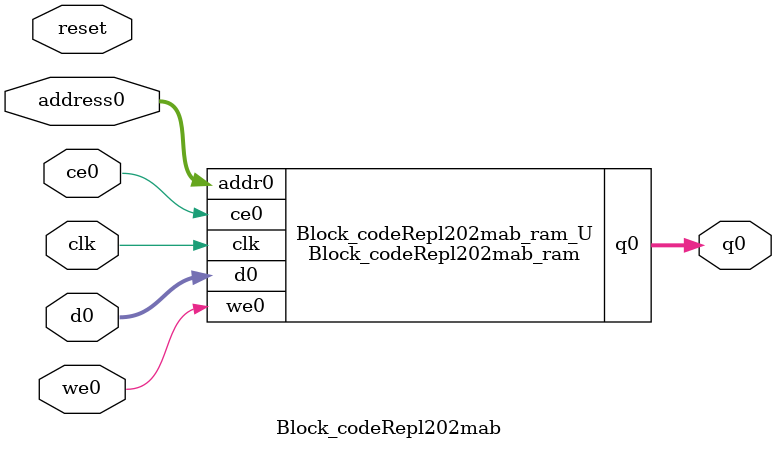
<source format=v>
`timescale 1 ns / 1 ps
module Block_codeRepl202mab_ram (addr0, ce0, d0, we0, q0,  clk);

parameter DWIDTH = 16;
parameter AWIDTH = 13;
parameter MEM_SIZE = 7200;

input[AWIDTH-1:0] addr0;
input ce0;
input[DWIDTH-1:0] d0;
input we0;
output reg[DWIDTH-1:0] q0;
input clk;

(* ram_style = "block" *)reg [DWIDTH-1:0] ram[0:MEM_SIZE-1];




always @(posedge clk)  
begin 
    if (ce0) begin
        if (we0) 
            ram[addr0] <= d0; 
        q0 <= ram[addr0];
    end
end


endmodule

`timescale 1 ns / 1 ps
module Block_codeRepl202mab(
    reset,
    clk,
    address0,
    ce0,
    we0,
    d0,
    q0);

parameter DataWidth = 32'd16;
parameter AddressRange = 32'd7200;
parameter AddressWidth = 32'd13;
input reset;
input clk;
input[AddressWidth - 1:0] address0;
input ce0;
input we0;
input[DataWidth - 1:0] d0;
output[DataWidth - 1:0] q0;



Block_codeRepl202mab_ram Block_codeRepl202mab_ram_U(
    .clk( clk ),
    .addr0( address0 ),
    .ce0( ce0 ),
    .we0( we0 ),
    .d0( d0 ),
    .q0( q0 ));

endmodule


</source>
